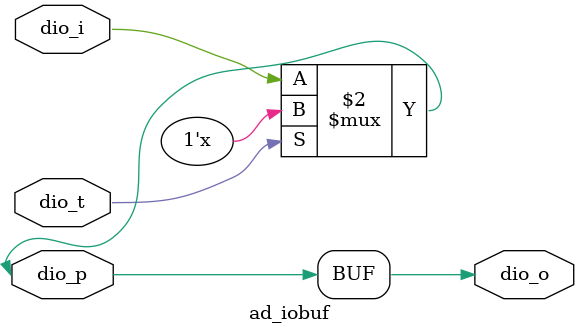
<source format=v>

`timescale 1ns/100ps

module ad_iobuf #(

  parameter     DATA_WIDTH = 1) (

  input       [(DATA_WIDTH-1):0]  dio_t,
  input       [(DATA_WIDTH-1):0]  dio_i,
  output      [(DATA_WIDTH-1):0]  dio_o,
  inout       [(DATA_WIDTH-1):0]  dio_p);


  genvar n;
  generate
  for (n = 0; n < DATA_WIDTH; n = n + 1) begin: g_iobuf
  assign dio_o[n] = dio_p[n];
  assign dio_p[n] = (dio_t[n] == 1'b1) ? 1'bz : dio_i[n];
  end
  endgenerate

endmodule

// ***************************************************************************
// ***************************************************************************

</source>
